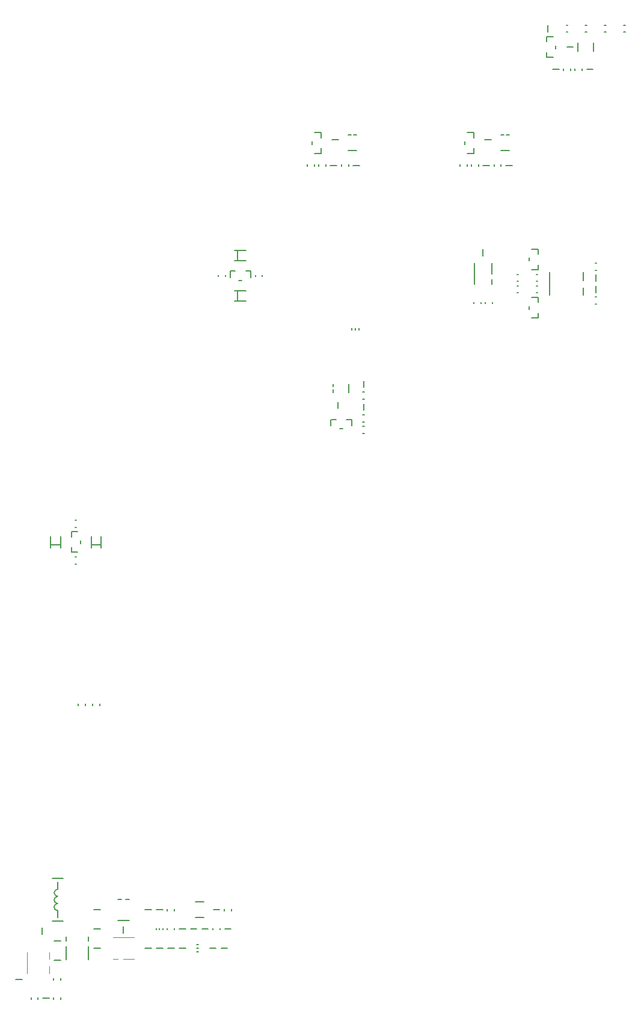
<source format=gbr>
%TF.GenerationSoftware,KiCad,Pcbnew,8.0.2*%
%TF.CreationDate,2024-05-14T20:54:04+07:00*%
%TF.ProjectId,HW.ACIM-PSU,48572e41-4349-44d2-9d50-53552e6b6963,0.0*%
%TF.SameCoordinates,Original*%
%TF.FileFunction,Legend,Bot*%
%TF.FilePolarity,Positive*%
%FSLAX46Y46*%
G04 Gerber Fmt 4.6, Leading zero omitted, Abs format (unit mm)*
G04 Created by KiCad (PCBNEW 8.0.2) date 2024-05-14 20:54:04*
%MOMM*%
%LPD*%
G01*
G04 APERTURE LIST*
%ADD10C,0.154000*%
%ADD11C,0.100000*%
G04 APERTURE END LIST*
D10*
%TO.C,U11*%
X102767099Y-98112901D02*
X102767099Y-96912899D01*
X104967099Y-98112901D02*
X104967099Y-96912899D01*
%TO.C,C52*%
X52327100Y-218849200D02*
X51427100Y-218849200D01*
%TO.C,R2*%
X34443999Y-189893101D02*
X34443999Y-190093101D01*
X35443999Y-189893101D02*
X35443999Y-190093101D01*
%TO.C,C34*%
X51827100Y-224249200D02*
X50927100Y-224249200D01*
%TO.C,R23*%
X96917100Y-131064201D02*
X97117100Y-131064201D01*
X96917100Y-132064201D02*
X97117100Y-132064201D01*
%TO.C,D3*%
X54844000Y-126118100D02*
X54844000Y-127518100D01*
X56044000Y-126118100D02*
X54444000Y-126118100D01*
X56044000Y-127518100D02*
X54444000Y-127518100D01*
%TO.C,U8*%
X68344000Y-145268100D02*
X68344000Y-144868099D01*
X68344000Y-145668100D02*
X68344000Y-146068101D01*
X70544000Y-144868099D02*
X70544000Y-146068101D01*
%TO.C,C27*%
X44327100Y-224249200D02*
X43427100Y-224249200D01*
%TO.C,R14*%
X89717100Y-133564199D02*
X89717100Y-133364199D01*
X90717100Y-133564199D02*
X90717100Y-133364199D01*
%TO.C,C45*%
X46627100Y-221549200D02*
X47527100Y-221549200D01*
%TO.C,C42*%
X105317100Y-130414201D02*
X105317100Y-129514201D01*
%TO.C,U3*%
X38477100Y-217349200D02*
X37977100Y-217349200D01*
X39077100Y-217349200D02*
X39577100Y-217349200D01*
X39577100Y-220349200D02*
X37977100Y-220349200D01*
%TO.C,R21*%
X96917100Y-129464201D02*
X97117100Y-129464201D01*
X96917100Y-130464201D02*
X97117100Y-130464201D01*
%TO.C,D2*%
X54844000Y-131818100D02*
X54844000Y-133218100D01*
X56044000Y-131818100D02*
X54444000Y-131818100D01*
X56044000Y-133218100D02*
X54444000Y-133218100D01*
%TO.C,R34*%
X66267099Y-114239200D02*
X66267099Y-114039200D01*
X67267099Y-114239200D02*
X67267099Y-114039200D01*
%TO.C,R29*%
X44977100Y-218749200D02*
X44977100Y-218949200D01*
X45977100Y-218749200D02*
X45977100Y-218949200D01*
%TO.C,C24*%
X38777100Y-221199200D02*
X38777100Y-222099200D01*
%TO.C,R46*%
X52977100Y-218949200D02*
X52977100Y-218749200D01*
X53977100Y-218949200D02*
X53977100Y-218749200D01*
%TO.C,C29*%
X43427100Y-218849200D02*
X44327100Y-218849200D01*
%TO.C,R6*%
X28977100Y-231199200D02*
X28977100Y-231399200D01*
X29977100Y-231199200D02*
X29977100Y-231399200D01*
%TO.C,R56*%
X87767099Y-114239200D02*
X87767099Y-114039200D01*
X88767099Y-114239200D02*
X88767099Y-114039200D01*
%TO.C,R24*%
X105217100Y-132664201D02*
X105417100Y-132664201D01*
X105217100Y-133664201D02*
X105417100Y-133664201D01*
%TO.C,C22*%
X35527100Y-221549200D02*
X34627100Y-221549200D01*
%TO.C,C30*%
X45927100Y-224249200D02*
X45027100Y-224249200D01*
%TO.C,C51*%
X49827100Y-221549200D02*
X50727100Y-221549200D01*
%TO.C,R12*%
X31994000Y-164018100D02*
X32194000Y-164018100D01*
X31994000Y-165018100D02*
X32194000Y-165018100D01*
%TO.C,C63*%
X90317099Y-114139200D02*
X89417099Y-114139200D01*
%TO.C,R55*%
X86167099Y-114239200D02*
X86167099Y-114039200D01*
X87167099Y-114239200D02*
X87167099Y-114039200D01*
%TO.C,C23*%
X34627100Y-218849200D02*
X35527100Y-218849200D01*
%TO.C,U5*%
X98767100Y-129164201D02*
X98767100Y-132364201D01*
X103567100Y-129164201D02*
X103567100Y-130364201D01*
X103567100Y-131364201D02*
X103567100Y-132364201D01*
%TO.C,C37*%
X89417100Y-125939200D02*
X89417100Y-126839200D01*
%TO.C,R26*%
X105217100Y-127864201D02*
X105417100Y-127864201D01*
X105217100Y-128864201D02*
X105417100Y-128864201D01*
%TO.C,R5*%
X28977100Y-228499200D02*
X28977100Y-228699200D01*
X29977100Y-228499200D02*
X29977100Y-228699200D01*
%TO.C,C55*%
X53027100Y-221549200D02*
X53927100Y-221549200D01*
%TO.C,R64*%
X106517100Y-94412900D02*
X106717100Y-94412900D01*
X106517100Y-95412900D02*
X106717100Y-95412900D01*
%TO.C,C32*%
X29027100Y-225899200D02*
X29927100Y-225899200D01*
%TO.C,Q1*%
X53794000Y-129018100D02*
X53794000Y-129918100D01*
X53819000Y-129018100D02*
X54494000Y-129018100D01*
X55044000Y-130318100D02*
X55444000Y-130318100D01*
X55994000Y-129018100D02*
X56694000Y-129018100D01*
X56694000Y-129018100D02*
X56694000Y-129918100D01*
%TO.C,C25*%
X42727100Y-224249200D02*
X41827100Y-224249200D01*
%TO.C,FT2*%
X43377100Y-221649200D02*
X43377100Y-221449200D01*
X43877100Y-221649200D02*
X43877100Y-221449200D01*
X44377100Y-221649200D02*
X44377100Y-221449200D01*
%TO.C,R63*%
X109217100Y-94412900D02*
X109417100Y-94412900D01*
X109217100Y-95412900D02*
X109417100Y-95412900D01*
D11*
%TO.C,U2*%
X37277100Y-222749200D02*
X40277100Y-222749200D01*
X37977100Y-225749200D02*
X37277100Y-225749200D01*
X38777100Y-225749200D02*
X40277100Y-225749200D01*
D10*
%TO.C,FT3*%
X70944000Y-137268100D02*
X70944000Y-137068100D01*
X71444000Y-137268100D02*
X71444000Y-137068100D01*
X71944000Y-137268100D02*
X71944000Y-137068100D01*
%TO.C,Q4*%
X95867100Y-127164201D02*
X95867100Y-127564201D01*
X97167099Y-128114201D02*
X97167100Y-128814201D01*
X97167100Y-125914201D02*
X96267100Y-125914201D01*
X97167100Y-125939201D02*
X97167099Y-126614201D01*
X97167100Y-128814201D02*
X96267100Y-128814201D01*
%TO.C,C71*%
X104017099Y-100662900D02*
X104917099Y-100662900D01*
%TO.C,R66*%
X101117099Y-94412900D02*
X101317099Y-94412900D01*
X101117099Y-95412900D02*
X101317099Y-95412900D01*
%TO.C,R48*%
X72694000Y-146018100D02*
X72494000Y-146018100D01*
X72694000Y-147018100D02*
X72494000Y-147018100D01*
%TO.C,U10*%
X92317099Y-109889200D02*
X91917098Y-109889200D01*
X92717099Y-109889200D02*
X93117100Y-109889200D01*
X93117100Y-112089200D02*
X91917098Y-112089200D01*
%TO.C,D4*%
X34244000Y-166318100D02*
X34244000Y-167918100D01*
X34244000Y-167518100D02*
X35644000Y-167518100D01*
X35644000Y-166318100D02*
X35644000Y-167918100D01*
%TO.C,C60*%
X89667099Y-110539200D02*
X90567099Y-110539200D01*
%TO.C,R58*%
X90967099Y-114239200D02*
X90967099Y-114039200D01*
X91967099Y-114239200D02*
X91967099Y-114039200D01*
%TO.C,R3*%
X25777100Y-231399200D02*
X25777100Y-231199200D01*
X26777100Y-231399200D02*
X26777100Y-231199200D01*
%TO.C,R16*%
X88117100Y-133564199D02*
X88117100Y-133364199D01*
X89117100Y-133564199D02*
X89117100Y-133364199D01*
%TO.C,R11*%
X52144000Y-129768100D02*
X52144000Y-129568100D01*
X53144000Y-129768100D02*
X53144000Y-129568100D01*
%TO.C,FT4*%
X49327100Y-223749200D02*
X49127100Y-223749200D01*
X49327100Y-224249200D02*
X49127100Y-224249200D01*
X49327100Y-224749200D02*
X49127100Y-224749200D01*
%TO.C,C17*%
X29027100Y-223199200D02*
X29927100Y-223199200D01*
%TO.C,U4*%
X88217100Y-130889200D02*
X88217100Y-127889200D01*
X90617100Y-129389200D02*
X90617100Y-127889200D01*
X90617100Y-130889200D02*
X90617101Y-130189200D01*
%TO.C,C41*%
X105317100Y-132014201D02*
X105317100Y-131114201D01*
%TO.C,C70*%
X100117099Y-100662900D02*
X99217099Y-100662900D01*
%TO.C,C19*%
X30677100Y-223249200D02*
X30677100Y-222649200D01*
X30677100Y-225849200D02*
X30677100Y-223949200D01*
X33877100Y-223249200D02*
X33877100Y-222649200D01*
X33877100Y-225849200D02*
X33877100Y-223949200D01*
%TO.C,D12*%
X65317099Y-110789200D02*
X65317099Y-111189200D01*
X66617098Y-111739200D02*
X66617099Y-112439200D01*
X66617099Y-109539200D02*
X65717099Y-109539200D01*
X66617099Y-109564200D02*
X66617098Y-110239200D01*
X66617099Y-112439200D02*
X65717099Y-112439200D01*
%TO.C,R22*%
X94217100Y-131064201D02*
X94417100Y-131064201D01*
X94217100Y-132064201D02*
X94417100Y-132064201D01*
%TO.C,L3*%
X29527100Y-215949200D02*
X29527100Y-214949200D01*
X29527100Y-219949200D02*
X29527100Y-218949200D01*
X30277100Y-214449200D02*
X28777100Y-214449200D01*
X30277100Y-220449200D02*
X28777100Y-220449200D01*
X29527100Y-216949201D02*
G75*
G02*
X29527100Y-215949201I-1J500000D01*
G01*
X29527100Y-217949199D02*
G75*
G02*
X29527100Y-216949201I0J499999D01*
G01*
X29527100Y-218949200D02*
G75*
G02*
X29527100Y-217949198I12J500001D01*
G01*
%TO.C,C20*%
X34627100Y-224249200D02*
X35527100Y-224249200D01*
%TO.C,C31*%
X47527100Y-224249200D02*
X46627100Y-224249200D01*
%TO.C,C38*%
X24527100Y-228599200D02*
X23627100Y-228599200D01*
%TO.C,R73*%
X100767099Y-100562900D02*
X100767099Y-100762900D01*
X101767099Y-100562900D02*
X101767099Y-100762900D01*
%TO.C,C26*%
X41827100Y-218849200D02*
X42727100Y-218849200D01*
%TO.C,C33*%
X53427100Y-224249200D02*
X52527100Y-224249200D01*
%TO.C,R13*%
X32194000Y-169218100D02*
X31994000Y-169218100D01*
X32194000Y-170218100D02*
X31994000Y-170218100D01*
%TO.C,C50*%
X72594000Y-145368100D02*
X72594000Y-144468100D01*
%TO.C,C58*%
X72594000Y-147668100D02*
X72594000Y-148568100D01*
%TO.C,C66*%
X98517099Y-94462900D02*
X98517099Y-95362900D01*
%TO.C,C47*%
X68167099Y-110539200D02*
X69067099Y-110539200D01*
%TO.C,D16*%
X86817099Y-110789200D02*
X86817099Y-111189200D01*
X88117098Y-111739200D02*
X88117099Y-112439200D01*
X88117099Y-109539200D02*
X87217099Y-109539200D01*
X88117099Y-109564200D02*
X88117098Y-110239200D01*
X88117099Y-112439200D02*
X87217099Y-112439200D01*
%TO.C,C57*%
X68817099Y-114139200D02*
X67917099Y-114139200D01*
%TO.C,R33*%
X64667099Y-114239200D02*
X64667099Y-114039200D01*
X65667099Y-114239200D02*
X65667099Y-114039200D01*
D11*
%TO.C,U1*%
X25177100Y-227799200D02*
X25177100Y-224799200D01*
X28377100Y-225799200D02*
X28377100Y-224799200D01*
X28377100Y-226799200D02*
X28377100Y-227799200D01*
D10*
%TO.C,R35*%
X72694000Y-150818100D02*
X72494000Y-150818100D01*
X72694000Y-151818100D02*
X72494000Y-151818100D01*
%TO.C,C48*%
X68944000Y-148318100D02*
X68944000Y-147418100D01*
%TO.C,C8*%
X27427100Y-231299200D02*
X28327100Y-231299200D01*
%TO.C,R20*%
X94217100Y-129464201D02*
X94417100Y-129464201D01*
X94217100Y-130464201D02*
X94417100Y-130464201D01*
%TO.C,C13*%
X27327100Y-221349200D02*
X27327100Y-222249200D01*
%TO.C,D17*%
X98367099Y-96062900D02*
X99267099Y-96062900D01*
X98367099Y-98937900D02*
X98367100Y-98262900D01*
X98367099Y-98962900D02*
X99267099Y-98962900D01*
X98367100Y-96762900D02*
X98367099Y-96062900D01*
X99667099Y-97712900D02*
X99667099Y-97312900D01*
%TO.C,R45*%
X51377100Y-221449200D02*
X51377100Y-221649200D01*
X52377100Y-221449200D02*
X52377100Y-221649200D01*
%TO.C,D5*%
X28544000Y-166318100D02*
X28544000Y-167918100D01*
X28544000Y-167518100D02*
X29944000Y-167518100D01*
X29944000Y-166318100D02*
X29944000Y-167918100D01*
%TO.C,Q2*%
X31444000Y-165668100D02*
X32344000Y-165668100D01*
X31444000Y-168543100D02*
X31444001Y-167868100D01*
X31444000Y-168568100D02*
X32344000Y-168568100D01*
X31444001Y-166368100D02*
X31444000Y-165668100D01*
X32744000Y-167318100D02*
X32744000Y-166918100D01*
%TO.C,C62*%
X92617099Y-114139200D02*
X93517099Y-114139200D01*
%TO.C,U7*%
X70817099Y-109889200D02*
X70417098Y-109889200D01*
X71217099Y-109889200D02*
X71617100Y-109889200D01*
X71617100Y-112089200D02*
X70417098Y-112089200D01*
%TO.C,C67*%
X102117099Y-97512900D02*
X101217099Y-97512900D01*
%TO.C,R65*%
X103817100Y-94412900D02*
X104017100Y-94412900D01*
X103817100Y-95412900D02*
X104017100Y-95412900D01*
%TO.C,R1*%
X32443999Y-189893101D02*
X32443999Y-190093101D01*
X33443999Y-189893101D02*
X33443999Y-190093101D01*
%TO.C,R47*%
X69467099Y-114239200D02*
X69467099Y-114039200D01*
X70467099Y-114239200D02*
X70467099Y-114039200D01*
%TO.C,D13*%
X67994000Y-149868100D02*
X67994000Y-150768100D01*
X68019000Y-149868100D02*
X68694000Y-149868100D01*
X69244000Y-151168100D02*
X69644000Y-151168100D01*
X70194000Y-149868100D02*
X70894000Y-149868100D01*
X70894000Y-149868100D02*
X70894000Y-150768100D01*
%TO.C,C49*%
X71117099Y-114139200D02*
X72017099Y-114139200D01*
%TO.C,C46*%
X48227100Y-221549200D02*
X49127100Y-221549200D01*
%TO.C,R30*%
X44977100Y-221449200D02*
X44977100Y-221649200D01*
X45977100Y-221449200D02*
X45977100Y-221649200D01*
%TO.C,U6*%
X50077101Y-217699200D02*
X48877099Y-217699200D01*
X50077101Y-219899200D02*
X48877099Y-219899200D01*
%TO.C,R10*%
X57344000Y-129568100D02*
X57344000Y-129768100D01*
X58344000Y-129568100D02*
X58344000Y-129768100D01*
%TO.C,R74*%
X102367099Y-100762900D02*
X102367099Y-100562900D01*
X103367099Y-100762900D02*
X103367099Y-100562900D01*
%TO.C,Q5*%
X95867100Y-133964201D02*
X95867100Y-134364201D01*
X97167099Y-134914201D02*
X97167100Y-135614201D01*
X97167100Y-132714201D02*
X96267100Y-132714201D01*
X97167100Y-132739201D02*
X97167099Y-133414201D01*
X97167100Y-135614201D02*
X96267100Y-135614201D01*
%TO.C,R36*%
X72694000Y-149218100D02*
X72494000Y-149218100D01*
X72694000Y-150218100D02*
X72494000Y-150218100D01*
%TD*%
M02*

</source>
